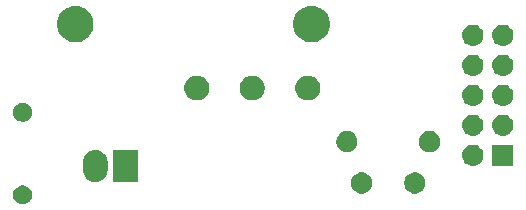
<source format=gbs>
G04 #@! TF.GenerationSoftware,KiCad,Pcbnew,(5.1.0)-1*
G04 #@! TF.CreationDate,2019-04-11T16:44:05+05:30*
G04 #@! TF.ProjectId,senseBe_rev3_daughter,73656e73-6542-4655-9f72-6576335f6461,rev?*
G04 #@! TF.SameCoordinates,Original*
G04 #@! TF.FileFunction,Soldermask,Bot*
G04 #@! TF.FilePolarity,Negative*
%FSLAX46Y46*%
G04 Gerber Fmt 4.6, Leading zero omitted, Abs format (unit mm)*
G04 Created by KiCad (PCBNEW (5.1.0)-1) date 2019-04-11 16:44:05*
%MOMM*%
%LPD*%
G04 APERTURE LIST*
%ADD10C,0.100000*%
G04 APERTURE END LIST*
D10*
G36*
X15781642Y-27688781D02*
G01*
X15927414Y-27749162D01*
X15927416Y-27749163D01*
X16058608Y-27836822D01*
X16170178Y-27948392D01*
X16257837Y-28079584D01*
X16257838Y-28079586D01*
X16318219Y-28225358D01*
X16349000Y-28380107D01*
X16349000Y-28537893D01*
X16318219Y-28692642D01*
X16257838Y-28838414D01*
X16257837Y-28838416D01*
X16170178Y-28969608D01*
X16058608Y-29081178D01*
X15927416Y-29168837D01*
X15927415Y-29168838D01*
X15927414Y-29168838D01*
X15781642Y-29229219D01*
X15626893Y-29260000D01*
X15469107Y-29260000D01*
X15314358Y-29229219D01*
X15168586Y-29168838D01*
X15168585Y-29168838D01*
X15168584Y-29168837D01*
X15037392Y-29081178D01*
X14925822Y-28969608D01*
X14838163Y-28838416D01*
X14838162Y-28838414D01*
X14777781Y-28692642D01*
X14747000Y-28537893D01*
X14747000Y-28380107D01*
X14777781Y-28225358D01*
X14838162Y-28079586D01*
X14838163Y-28079584D01*
X14925822Y-27948392D01*
X15037392Y-27836822D01*
X15168584Y-27749163D01*
X15168586Y-27749162D01*
X15314358Y-27688781D01*
X15469107Y-27658000D01*
X15626893Y-27658000D01*
X15781642Y-27688781D01*
X15781642Y-27688781D01*
G37*
G36*
X48863512Y-26553927D02*
G01*
X49012812Y-26583624D01*
X49176784Y-26651544D01*
X49324354Y-26750147D01*
X49449853Y-26875646D01*
X49548456Y-27023216D01*
X49616376Y-27187188D01*
X49645935Y-27335793D01*
X49648960Y-27351000D01*
X49651000Y-27361259D01*
X49651000Y-27538741D01*
X49616376Y-27712812D01*
X49548456Y-27876784D01*
X49449853Y-28024354D01*
X49324354Y-28149853D01*
X49176784Y-28248456D01*
X49012812Y-28316376D01*
X48863512Y-28346073D01*
X48838742Y-28351000D01*
X48661258Y-28351000D01*
X48636488Y-28346073D01*
X48487188Y-28316376D01*
X48323216Y-28248456D01*
X48175646Y-28149853D01*
X48050147Y-28024354D01*
X47951544Y-27876784D01*
X47883624Y-27712812D01*
X47849000Y-27538741D01*
X47849000Y-27361259D01*
X47851041Y-27351000D01*
X47854065Y-27335793D01*
X47883624Y-27187188D01*
X47951544Y-27023216D01*
X48050147Y-26875646D01*
X48175646Y-26750147D01*
X48323216Y-26651544D01*
X48487188Y-26583624D01*
X48636488Y-26553927D01*
X48661258Y-26549000D01*
X48838742Y-26549000D01*
X48863512Y-26553927D01*
X48863512Y-26553927D01*
G37*
G36*
X44363512Y-26553927D02*
G01*
X44512812Y-26583624D01*
X44676784Y-26651544D01*
X44824354Y-26750147D01*
X44949853Y-26875646D01*
X45048456Y-27023216D01*
X45116376Y-27187188D01*
X45145935Y-27335793D01*
X45148960Y-27351000D01*
X45151000Y-27361259D01*
X45151000Y-27538741D01*
X45116376Y-27712812D01*
X45048456Y-27876784D01*
X44949853Y-28024354D01*
X44824354Y-28149853D01*
X44676784Y-28248456D01*
X44512812Y-28316376D01*
X44363512Y-28346073D01*
X44338742Y-28351000D01*
X44161258Y-28351000D01*
X44136488Y-28346073D01*
X43987188Y-28316376D01*
X43823216Y-28248456D01*
X43675646Y-28149853D01*
X43550147Y-28024354D01*
X43451544Y-27876784D01*
X43383624Y-27712812D01*
X43349000Y-27538741D01*
X43349000Y-27361259D01*
X43351041Y-27351000D01*
X43354065Y-27335793D01*
X43383624Y-27187188D01*
X43451544Y-27023216D01*
X43550147Y-26875646D01*
X43675646Y-26750147D01*
X43823216Y-26651544D01*
X43987188Y-26583624D01*
X44136488Y-26553927D01*
X44161258Y-26549000D01*
X44338742Y-26549000D01*
X44363512Y-26553927D01*
X44363512Y-26553927D01*
G37*
G36*
X21906031Y-24664207D02*
G01*
X22104145Y-24724305D01*
X22104148Y-24724306D01*
X22149329Y-24748456D01*
X22286729Y-24821897D01*
X22446765Y-24953235D01*
X22578103Y-25113271D01*
X22578104Y-25113273D01*
X22675694Y-25295851D01*
X22675694Y-25295852D01*
X22675695Y-25295854D01*
X22735793Y-25493968D01*
X22751000Y-25648370D01*
X22751000Y-26351629D01*
X22735793Y-26506031D01*
X22722758Y-26549000D01*
X22675694Y-26704149D01*
X22609291Y-26828379D01*
X22578103Y-26886729D01*
X22446765Y-27046765D01*
X22286729Y-27178103D01*
X22200975Y-27223939D01*
X22104149Y-27275694D01*
X22104146Y-27275695D01*
X21906032Y-27335793D01*
X21700000Y-27356085D01*
X21493969Y-27335793D01*
X21295855Y-27275695D01*
X21295852Y-27275694D01*
X21199026Y-27223939D01*
X21113272Y-27178103D01*
X20953236Y-27046765D01*
X20821898Y-26886729D01*
X20799184Y-26844234D01*
X20724305Y-26704147D01*
X20677242Y-26549000D01*
X20664207Y-26506032D01*
X20649000Y-26351630D01*
X20649000Y-25648371D01*
X20664207Y-25493969D01*
X20724305Y-25295855D01*
X20724306Y-25295852D01*
X20759521Y-25229970D01*
X20821897Y-25113271D01*
X20953235Y-24953235D01*
X21113271Y-24821897D01*
X21241170Y-24753534D01*
X21295851Y-24724306D01*
X21295854Y-24724305D01*
X21493968Y-24664207D01*
X21700000Y-24643915D01*
X21906031Y-24664207D01*
X21906031Y-24664207D01*
G37*
G36*
X25291000Y-27351000D02*
G01*
X23189000Y-27351000D01*
X23189000Y-24649000D01*
X25291000Y-24649000D01*
X25291000Y-27351000D01*
X25291000Y-27351000D01*
G37*
G36*
X57101000Y-26001000D02*
G01*
X55299000Y-26001000D01*
X55299000Y-24199000D01*
X57101000Y-24199000D01*
X57101000Y-26001000D01*
X57101000Y-26001000D01*
G37*
G36*
X53770442Y-24205518D02*
G01*
X53836627Y-24212037D01*
X54006466Y-24263557D01*
X54162991Y-24347222D01*
X54198729Y-24376552D01*
X54300186Y-24459814D01*
X54383448Y-24561271D01*
X54412778Y-24597009D01*
X54496443Y-24753534D01*
X54547963Y-24923373D01*
X54565359Y-25100000D01*
X54547963Y-25276627D01*
X54496443Y-25446466D01*
X54412778Y-25602991D01*
X54383448Y-25638729D01*
X54300186Y-25740186D01*
X54198729Y-25823448D01*
X54162991Y-25852778D01*
X54006466Y-25936443D01*
X53836627Y-25987963D01*
X53770442Y-25994482D01*
X53704260Y-26001000D01*
X53615740Y-26001000D01*
X53549558Y-25994482D01*
X53483373Y-25987963D01*
X53313534Y-25936443D01*
X53157009Y-25852778D01*
X53121271Y-25823448D01*
X53019814Y-25740186D01*
X52936552Y-25638729D01*
X52907222Y-25602991D01*
X52823557Y-25446466D01*
X52772037Y-25276627D01*
X52754641Y-25100000D01*
X52772037Y-24923373D01*
X52823557Y-24753534D01*
X52907222Y-24597009D01*
X52936552Y-24561271D01*
X53019814Y-24459814D01*
X53121271Y-24376552D01*
X53157009Y-24347222D01*
X53313534Y-24263557D01*
X53483373Y-24212037D01*
X53549558Y-24205518D01*
X53615740Y-24199000D01*
X53704260Y-24199000D01*
X53770442Y-24205518D01*
X53770442Y-24205518D01*
G37*
G36*
X50113512Y-23053927D02*
G01*
X50262812Y-23083624D01*
X50426784Y-23151544D01*
X50574354Y-23250147D01*
X50699853Y-23375646D01*
X50798456Y-23523216D01*
X50866376Y-23687188D01*
X50901000Y-23861259D01*
X50901000Y-24038741D01*
X50866376Y-24212812D01*
X50798456Y-24376784D01*
X50699853Y-24524354D01*
X50574354Y-24649853D01*
X50426784Y-24748456D01*
X50262812Y-24816376D01*
X50113512Y-24846073D01*
X50088742Y-24851000D01*
X49911258Y-24851000D01*
X49886488Y-24846073D01*
X49737188Y-24816376D01*
X49573216Y-24748456D01*
X49425646Y-24649853D01*
X49300147Y-24524354D01*
X49201544Y-24376784D01*
X49133624Y-24212812D01*
X49099000Y-24038741D01*
X49099000Y-23861259D01*
X49133624Y-23687188D01*
X49201544Y-23523216D01*
X49300147Y-23375646D01*
X49425646Y-23250147D01*
X49573216Y-23151544D01*
X49737188Y-23083624D01*
X49886488Y-23053927D01*
X49911258Y-23049000D01*
X50088742Y-23049000D01*
X50113512Y-23053927D01*
X50113512Y-23053927D01*
G37*
G36*
X43113512Y-23053927D02*
G01*
X43262812Y-23083624D01*
X43426784Y-23151544D01*
X43574354Y-23250147D01*
X43699853Y-23375646D01*
X43798456Y-23523216D01*
X43866376Y-23687188D01*
X43901000Y-23861259D01*
X43901000Y-24038741D01*
X43866376Y-24212812D01*
X43798456Y-24376784D01*
X43699853Y-24524354D01*
X43574354Y-24649853D01*
X43426784Y-24748456D01*
X43262812Y-24816376D01*
X43113512Y-24846073D01*
X43088742Y-24851000D01*
X42911258Y-24851000D01*
X42886488Y-24846073D01*
X42737188Y-24816376D01*
X42573216Y-24748456D01*
X42425646Y-24649853D01*
X42300147Y-24524354D01*
X42201544Y-24376784D01*
X42133624Y-24212812D01*
X42099000Y-24038741D01*
X42099000Y-23861259D01*
X42133624Y-23687188D01*
X42201544Y-23523216D01*
X42300147Y-23375646D01*
X42425646Y-23250147D01*
X42573216Y-23151544D01*
X42737188Y-23083624D01*
X42886488Y-23053927D01*
X42911258Y-23049000D01*
X43088742Y-23049000D01*
X43113512Y-23053927D01*
X43113512Y-23053927D01*
G37*
G36*
X56310443Y-21665519D02*
G01*
X56376627Y-21672037D01*
X56546466Y-21723557D01*
X56702991Y-21807222D01*
X56738729Y-21836552D01*
X56840186Y-21919814D01*
X56923448Y-22021271D01*
X56952778Y-22057009D01*
X57036443Y-22213534D01*
X57087963Y-22383373D01*
X57105359Y-22560000D01*
X57087963Y-22736627D01*
X57036443Y-22906466D01*
X56952778Y-23062991D01*
X56935845Y-23083624D01*
X56840186Y-23200186D01*
X56738729Y-23283448D01*
X56702991Y-23312778D01*
X56546466Y-23396443D01*
X56376627Y-23447963D01*
X56310442Y-23454482D01*
X56244260Y-23461000D01*
X56155740Y-23461000D01*
X56089558Y-23454482D01*
X56023373Y-23447963D01*
X55853534Y-23396443D01*
X55697009Y-23312778D01*
X55661271Y-23283448D01*
X55559814Y-23200186D01*
X55464155Y-23083624D01*
X55447222Y-23062991D01*
X55363557Y-22906466D01*
X55312037Y-22736627D01*
X55294641Y-22560000D01*
X55312037Y-22383373D01*
X55363557Y-22213534D01*
X55447222Y-22057009D01*
X55476552Y-22021271D01*
X55559814Y-21919814D01*
X55661271Y-21836552D01*
X55697009Y-21807222D01*
X55853534Y-21723557D01*
X56023373Y-21672037D01*
X56089557Y-21665519D01*
X56155740Y-21659000D01*
X56244260Y-21659000D01*
X56310443Y-21665519D01*
X56310443Y-21665519D01*
G37*
G36*
X53770443Y-21665519D02*
G01*
X53836627Y-21672037D01*
X54006466Y-21723557D01*
X54162991Y-21807222D01*
X54198729Y-21836552D01*
X54300186Y-21919814D01*
X54383448Y-22021271D01*
X54412778Y-22057009D01*
X54496443Y-22213534D01*
X54547963Y-22383373D01*
X54565359Y-22560000D01*
X54547963Y-22736627D01*
X54496443Y-22906466D01*
X54412778Y-23062991D01*
X54395845Y-23083624D01*
X54300186Y-23200186D01*
X54198729Y-23283448D01*
X54162991Y-23312778D01*
X54006466Y-23396443D01*
X53836627Y-23447963D01*
X53770442Y-23454482D01*
X53704260Y-23461000D01*
X53615740Y-23461000D01*
X53549558Y-23454482D01*
X53483373Y-23447963D01*
X53313534Y-23396443D01*
X53157009Y-23312778D01*
X53121271Y-23283448D01*
X53019814Y-23200186D01*
X52924155Y-23083624D01*
X52907222Y-23062991D01*
X52823557Y-22906466D01*
X52772037Y-22736627D01*
X52754641Y-22560000D01*
X52772037Y-22383373D01*
X52823557Y-22213534D01*
X52907222Y-22057009D01*
X52936552Y-22021271D01*
X53019814Y-21919814D01*
X53121271Y-21836552D01*
X53157009Y-21807222D01*
X53313534Y-21723557D01*
X53483373Y-21672037D01*
X53549557Y-21665519D01*
X53615740Y-21659000D01*
X53704260Y-21659000D01*
X53770443Y-21665519D01*
X53770443Y-21665519D01*
G37*
G36*
X15781642Y-20688781D02*
G01*
X15927414Y-20749162D01*
X15927416Y-20749163D01*
X16058608Y-20836822D01*
X16170178Y-20948392D01*
X16257837Y-21079584D01*
X16257838Y-21079586D01*
X16318219Y-21225358D01*
X16349000Y-21380107D01*
X16349000Y-21537893D01*
X16318219Y-21692642D01*
X16270758Y-21807222D01*
X16257837Y-21838416D01*
X16170178Y-21969608D01*
X16058608Y-22081178D01*
X15927416Y-22168837D01*
X15927415Y-22168838D01*
X15927414Y-22168838D01*
X15781642Y-22229219D01*
X15626893Y-22260000D01*
X15469107Y-22260000D01*
X15314358Y-22229219D01*
X15168586Y-22168838D01*
X15168585Y-22168838D01*
X15168584Y-22168837D01*
X15037392Y-22081178D01*
X14925822Y-21969608D01*
X14838163Y-21838416D01*
X14825242Y-21807222D01*
X14777781Y-21692642D01*
X14747000Y-21537893D01*
X14747000Y-21380107D01*
X14777781Y-21225358D01*
X14838162Y-21079586D01*
X14838163Y-21079584D01*
X14925822Y-20948392D01*
X15037392Y-20836822D01*
X15168584Y-20749163D01*
X15168586Y-20749162D01*
X15314358Y-20688781D01*
X15469107Y-20658000D01*
X15626893Y-20658000D01*
X15781642Y-20688781D01*
X15781642Y-20688781D01*
G37*
G36*
X53770443Y-19125519D02*
G01*
X53836627Y-19132037D01*
X54006466Y-19183557D01*
X54162991Y-19267222D01*
X54198647Y-19296484D01*
X54300186Y-19379814D01*
X54383448Y-19481271D01*
X54412778Y-19517009D01*
X54496443Y-19673534D01*
X54547963Y-19843373D01*
X54565359Y-20020000D01*
X54547963Y-20196627D01*
X54496443Y-20366466D01*
X54412778Y-20522991D01*
X54383448Y-20558729D01*
X54300186Y-20660186D01*
X54198729Y-20743448D01*
X54162991Y-20772778D01*
X54006466Y-20856443D01*
X53836627Y-20907963D01*
X53770443Y-20914481D01*
X53704260Y-20921000D01*
X53615740Y-20921000D01*
X53549557Y-20914481D01*
X53483373Y-20907963D01*
X53313534Y-20856443D01*
X53157009Y-20772778D01*
X53121271Y-20743448D01*
X53019814Y-20660186D01*
X52936552Y-20558729D01*
X52907222Y-20522991D01*
X52823557Y-20366466D01*
X52772037Y-20196627D01*
X52754641Y-20020000D01*
X52772037Y-19843373D01*
X52823557Y-19673534D01*
X52907222Y-19517009D01*
X52936552Y-19481271D01*
X53019814Y-19379814D01*
X53121353Y-19296484D01*
X53157009Y-19267222D01*
X53313534Y-19183557D01*
X53483373Y-19132037D01*
X53549557Y-19125519D01*
X53615740Y-19119000D01*
X53704260Y-19119000D01*
X53770443Y-19125519D01*
X53770443Y-19125519D01*
G37*
G36*
X56310443Y-19125519D02*
G01*
X56376627Y-19132037D01*
X56546466Y-19183557D01*
X56702991Y-19267222D01*
X56738647Y-19296484D01*
X56840186Y-19379814D01*
X56923448Y-19481271D01*
X56952778Y-19517009D01*
X57036443Y-19673534D01*
X57087963Y-19843373D01*
X57105359Y-20020000D01*
X57087963Y-20196627D01*
X57036443Y-20366466D01*
X56952778Y-20522991D01*
X56923448Y-20558729D01*
X56840186Y-20660186D01*
X56738729Y-20743448D01*
X56702991Y-20772778D01*
X56546466Y-20856443D01*
X56376627Y-20907963D01*
X56310443Y-20914481D01*
X56244260Y-20921000D01*
X56155740Y-20921000D01*
X56089557Y-20914481D01*
X56023373Y-20907963D01*
X55853534Y-20856443D01*
X55697009Y-20772778D01*
X55661271Y-20743448D01*
X55559814Y-20660186D01*
X55476552Y-20558729D01*
X55447222Y-20522991D01*
X55363557Y-20366466D01*
X55312037Y-20196627D01*
X55294641Y-20020000D01*
X55312037Y-19843373D01*
X55363557Y-19673534D01*
X55447222Y-19517009D01*
X55476552Y-19481271D01*
X55559814Y-19379814D01*
X55661353Y-19296484D01*
X55697009Y-19267222D01*
X55853534Y-19183557D01*
X56023373Y-19132037D01*
X56089557Y-19125519D01*
X56155740Y-19119000D01*
X56244260Y-19119000D01*
X56310443Y-19125519D01*
X56310443Y-19125519D01*
G37*
G36*
X40006564Y-18389389D02*
G01*
X40197833Y-18468615D01*
X40197835Y-18468616D01*
X40369973Y-18583635D01*
X40516365Y-18730027D01*
X40631385Y-18902167D01*
X40710611Y-19093436D01*
X40751000Y-19296484D01*
X40751000Y-19503516D01*
X40710611Y-19706564D01*
X40653943Y-19843373D01*
X40631384Y-19897835D01*
X40516365Y-20069973D01*
X40369973Y-20216365D01*
X40197835Y-20331384D01*
X40197834Y-20331385D01*
X40197833Y-20331385D01*
X40006564Y-20410611D01*
X39803516Y-20451000D01*
X39596484Y-20451000D01*
X39393436Y-20410611D01*
X39202167Y-20331385D01*
X39202166Y-20331385D01*
X39202165Y-20331384D01*
X39030027Y-20216365D01*
X38883635Y-20069973D01*
X38768616Y-19897835D01*
X38746057Y-19843373D01*
X38689389Y-19706564D01*
X38649000Y-19503516D01*
X38649000Y-19296484D01*
X38689389Y-19093436D01*
X38768615Y-18902167D01*
X38883635Y-18730027D01*
X39030027Y-18583635D01*
X39202165Y-18468616D01*
X39202167Y-18468615D01*
X39393436Y-18389389D01*
X39596484Y-18349000D01*
X39803516Y-18349000D01*
X40006564Y-18389389D01*
X40006564Y-18389389D01*
G37*
G36*
X35306564Y-18389389D02*
G01*
X35497833Y-18468615D01*
X35497835Y-18468616D01*
X35669973Y-18583635D01*
X35816365Y-18730027D01*
X35931385Y-18902167D01*
X36010611Y-19093436D01*
X36051000Y-19296484D01*
X36051000Y-19503516D01*
X36010611Y-19706564D01*
X35953943Y-19843373D01*
X35931384Y-19897835D01*
X35816365Y-20069973D01*
X35669973Y-20216365D01*
X35497835Y-20331384D01*
X35497834Y-20331385D01*
X35497833Y-20331385D01*
X35306564Y-20410611D01*
X35103516Y-20451000D01*
X34896484Y-20451000D01*
X34693436Y-20410611D01*
X34502167Y-20331385D01*
X34502166Y-20331385D01*
X34502165Y-20331384D01*
X34330027Y-20216365D01*
X34183635Y-20069973D01*
X34068616Y-19897835D01*
X34046057Y-19843373D01*
X33989389Y-19706564D01*
X33949000Y-19503516D01*
X33949000Y-19296484D01*
X33989389Y-19093436D01*
X34068615Y-18902167D01*
X34183635Y-18730027D01*
X34330027Y-18583635D01*
X34502165Y-18468616D01*
X34502167Y-18468615D01*
X34693436Y-18389389D01*
X34896484Y-18349000D01*
X35103516Y-18349000D01*
X35306564Y-18389389D01*
X35306564Y-18389389D01*
G37*
G36*
X30606564Y-18389389D02*
G01*
X30797833Y-18468615D01*
X30797835Y-18468616D01*
X30969973Y-18583635D01*
X31116365Y-18730027D01*
X31231385Y-18902167D01*
X31310611Y-19093436D01*
X31351000Y-19296484D01*
X31351000Y-19503516D01*
X31310611Y-19706564D01*
X31253943Y-19843373D01*
X31231384Y-19897835D01*
X31116365Y-20069973D01*
X30969973Y-20216365D01*
X30797835Y-20331384D01*
X30797834Y-20331385D01*
X30797833Y-20331385D01*
X30606564Y-20410611D01*
X30403516Y-20451000D01*
X30196484Y-20451000D01*
X29993436Y-20410611D01*
X29802167Y-20331385D01*
X29802166Y-20331385D01*
X29802165Y-20331384D01*
X29630027Y-20216365D01*
X29483635Y-20069973D01*
X29368616Y-19897835D01*
X29346057Y-19843373D01*
X29289389Y-19706564D01*
X29249000Y-19503516D01*
X29249000Y-19296484D01*
X29289389Y-19093436D01*
X29368615Y-18902167D01*
X29483635Y-18730027D01*
X29630027Y-18583635D01*
X29802165Y-18468616D01*
X29802167Y-18468615D01*
X29993436Y-18389389D01*
X30196484Y-18349000D01*
X30403516Y-18349000D01*
X30606564Y-18389389D01*
X30606564Y-18389389D01*
G37*
G36*
X56310443Y-16585519D02*
G01*
X56376627Y-16592037D01*
X56546466Y-16643557D01*
X56702991Y-16727222D01*
X56738729Y-16756552D01*
X56840186Y-16839814D01*
X56923448Y-16941271D01*
X56952778Y-16977009D01*
X57036443Y-17133534D01*
X57087963Y-17303373D01*
X57105359Y-17480000D01*
X57087963Y-17656627D01*
X57036443Y-17826466D01*
X56952778Y-17982991D01*
X56923448Y-18018729D01*
X56840186Y-18120186D01*
X56738729Y-18203448D01*
X56702991Y-18232778D01*
X56546466Y-18316443D01*
X56376627Y-18367963D01*
X56310443Y-18374481D01*
X56244260Y-18381000D01*
X56155740Y-18381000D01*
X56089557Y-18374481D01*
X56023373Y-18367963D01*
X55853534Y-18316443D01*
X55697009Y-18232778D01*
X55661271Y-18203448D01*
X55559814Y-18120186D01*
X55476552Y-18018729D01*
X55447222Y-17982991D01*
X55363557Y-17826466D01*
X55312037Y-17656627D01*
X55294641Y-17480000D01*
X55312037Y-17303373D01*
X55363557Y-17133534D01*
X55447222Y-16977009D01*
X55476552Y-16941271D01*
X55559814Y-16839814D01*
X55661271Y-16756552D01*
X55697009Y-16727222D01*
X55853534Y-16643557D01*
X56023373Y-16592037D01*
X56089557Y-16585519D01*
X56155740Y-16579000D01*
X56244260Y-16579000D01*
X56310443Y-16585519D01*
X56310443Y-16585519D01*
G37*
G36*
X53770443Y-16585519D02*
G01*
X53836627Y-16592037D01*
X54006466Y-16643557D01*
X54162991Y-16727222D01*
X54198729Y-16756552D01*
X54300186Y-16839814D01*
X54383448Y-16941271D01*
X54412778Y-16977009D01*
X54496443Y-17133534D01*
X54547963Y-17303373D01*
X54565359Y-17480000D01*
X54547963Y-17656627D01*
X54496443Y-17826466D01*
X54412778Y-17982991D01*
X54383448Y-18018729D01*
X54300186Y-18120186D01*
X54198729Y-18203448D01*
X54162991Y-18232778D01*
X54006466Y-18316443D01*
X53836627Y-18367963D01*
X53770443Y-18374481D01*
X53704260Y-18381000D01*
X53615740Y-18381000D01*
X53549557Y-18374481D01*
X53483373Y-18367963D01*
X53313534Y-18316443D01*
X53157009Y-18232778D01*
X53121271Y-18203448D01*
X53019814Y-18120186D01*
X52936552Y-18018729D01*
X52907222Y-17982991D01*
X52823557Y-17826466D01*
X52772037Y-17656627D01*
X52754641Y-17480000D01*
X52772037Y-17303373D01*
X52823557Y-17133534D01*
X52907222Y-16977009D01*
X52936552Y-16941271D01*
X53019814Y-16839814D01*
X53121271Y-16756552D01*
X53157009Y-16727222D01*
X53313534Y-16643557D01*
X53483373Y-16592037D01*
X53549557Y-16585519D01*
X53615740Y-16579000D01*
X53704260Y-16579000D01*
X53770443Y-16585519D01*
X53770443Y-16585519D01*
G37*
G36*
X53770442Y-14045518D02*
G01*
X53836627Y-14052037D01*
X54006466Y-14103557D01*
X54162991Y-14187222D01*
X54198729Y-14216552D01*
X54300186Y-14299814D01*
X54383448Y-14401271D01*
X54412778Y-14437009D01*
X54496443Y-14593534D01*
X54547963Y-14763373D01*
X54565359Y-14940000D01*
X54547963Y-15116627D01*
X54496443Y-15286466D01*
X54412778Y-15442991D01*
X54383448Y-15478729D01*
X54300186Y-15580186D01*
X54198729Y-15663448D01*
X54162991Y-15692778D01*
X54006466Y-15776443D01*
X53836627Y-15827963D01*
X53770443Y-15834481D01*
X53704260Y-15841000D01*
X53615740Y-15841000D01*
X53549557Y-15834481D01*
X53483373Y-15827963D01*
X53313534Y-15776443D01*
X53157009Y-15692778D01*
X53121271Y-15663448D01*
X53019814Y-15580186D01*
X52936552Y-15478729D01*
X52907222Y-15442991D01*
X52823557Y-15286466D01*
X52772037Y-15116627D01*
X52754641Y-14940000D01*
X52772037Y-14763373D01*
X52823557Y-14593534D01*
X52907222Y-14437009D01*
X52936552Y-14401271D01*
X53019814Y-14299814D01*
X53121271Y-14216552D01*
X53157009Y-14187222D01*
X53313534Y-14103557D01*
X53483373Y-14052037D01*
X53549558Y-14045518D01*
X53615740Y-14039000D01*
X53704260Y-14039000D01*
X53770442Y-14045518D01*
X53770442Y-14045518D01*
G37*
G36*
X56310442Y-14045518D02*
G01*
X56376627Y-14052037D01*
X56546466Y-14103557D01*
X56702991Y-14187222D01*
X56738729Y-14216552D01*
X56840186Y-14299814D01*
X56923448Y-14401271D01*
X56952778Y-14437009D01*
X57036443Y-14593534D01*
X57087963Y-14763373D01*
X57105359Y-14940000D01*
X57087963Y-15116627D01*
X57036443Y-15286466D01*
X56952778Y-15442991D01*
X56923448Y-15478729D01*
X56840186Y-15580186D01*
X56738729Y-15663448D01*
X56702991Y-15692778D01*
X56546466Y-15776443D01*
X56376627Y-15827963D01*
X56310443Y-15834481D01*
X56244260Y-15841000D01*
X56155740Y-15841000D01*
X56089557Y-15834481D01*
X56023373Y-15827963D01*
X55853534Y-15776443D01*
X55697009Y-15692778D01*
X55661271Y-15663448D01*
X55559814Y-15580186D01*
X55476552Y-15478729D01*
X55447222Y-15442991D01*
X55363557Y-15286466D01*
X55312037Y-15116627D01*
X55294641Y-14940000D01*
X55312037Y-14763373D01*
X55363557Y-14593534D01*
X55447222Y-14437009D01*
X55476552Y-14401271D01*
X55559814Y-14299814D01*
X55661271Y-14216552D01*
X55697009Y-14187222D01*
X55853534Y-14103557D01*
X56023373Y-14052037D01*
X56089558Y-14045518D01*
X56155740Y-14039000D01*
X56244260Y-14039000D01*
X56310442Y-14045518D01*
X56310442Y-14045518D01*
G37*
G36*
X20302585Y-12478802D02*
G01*
X20452410Y-12508604D01*
X20734674Y-12625521D01*
X20988705Y-12795259D01*
X21204741Y-13011295D01*
X21374479Y-13265326D01*
X21491396Y-13547590D01*
X21551000Y-13847240D01*
X21551000Y-14152760D01*
X21491396Y-14452410D01*
X21374479Y-14734674D01*
X21204741Y-14988705D01*
X20988705Y-15204741D01*
X20734674Y-15374479D01*
X20452410Y-15491396D01*
X20302585Y-15521198D01*
X20152761Y-15551000D01*
X19847239Y-15551000D01*
X19697415Y-15521198D01*
X19547590Y-15491396D01*
X19265326Y-15374479D01*
X19011295Y-15204741D01*
X18795259Y-14988705D01*
X18625521Y-14734674D01*
X18508604Y-14452410D01*
X18449000Y-14152760D01*
X18449000Y-13847240D01*
X18508604Y-13547590D01*
X18625521Y-13265326D01*
X18795259Y-13011295D01*
X19011295Y-12795259D01*
X19265326Y-12625521D01*
X19547590Y-12508604D01*
X19697415Y-12478802D01*
X19847239Y-12449000D01*
X20152761Y-12449000D01*
X20302585Y-12478802D01*
X20302585Y-12478802D01*
G37*
G36*
X40302585Y-12478802D02*
G01*
X40452410Y-12508604D01*
X40734674Y-12625521D01*
X40988705Y-12795259D01*
X41204741Y-13011295D01*
X41374479Y-13265326D01*
X41491396Y-13547590D01*
X41551000Y-13847240D01*
X41551000Y-14152760D01*
X41491396Y-14452410D01*
X41374479Y-14734674D01*
X41204741Y-14988705D01*
X40988705Y-15204741D01*
X40734674Y-15374479D01*
X40452410Y-15491396D01*
X40302585Y-15521198D01*
X40152761Y-15551000D01*
X39847239Y-15551000D01*
X39697415Y-15521198D01*
X39547590Y-15491396D01*
X39265326Y-15374479D01*
X39011295Y-15204741D01*
X38795259Y-14988705D01*
X38625521Y-14734674D01*
X38508604Y-14452410D01*
X38449000Y-14152760D01*
X38449000Y-13847240D01*
X38508604Y-13547590D01*
X38625521Y-13265326D01*
X38795259Y-13011295D01*
X39011295Y-12795259D01*
X39265326Y-12625521D01*
X39547590Y-12508604D01*
X39697415Y-12478802D01*
X39847239Y-12449000D01*
X40152761Y-12449000D01*
X40302585Y-12478802D01*
X40302585Y-12478802D01*
G37*
M02*

</source>
